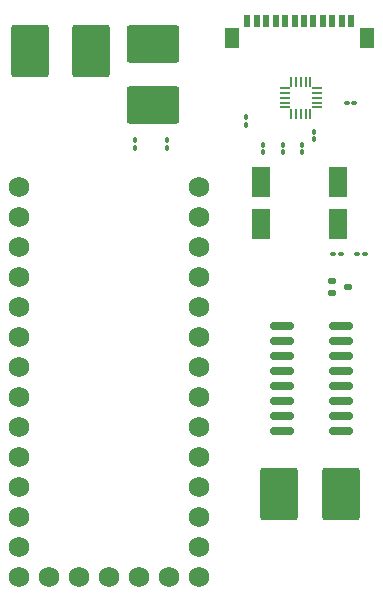
<source format=gbr>
%TF.GenerationSoftware,KiCad,Pcbnew,9.0.0*%
%TF.CreationDate,2025-04-24T22:16:00-04:00*%
%TF.ProjectId,SeniorProject,53656e69-6f72-4507-926f-6a6563742e6b,rev?*%
%TF.SameCoordinates,Original*%
%TF.FileFunction,Soldermask,Top*%
%TF.FilePolarity,Negative*%
%FSLAX46Y46*%
G04 Gerber Fmt 4.6, Leading zero omitted, Abs format (unit mm)*
G04 Created by KiCad (PCBNEW 9.0.0) date 2025-04-24 22:16:00*
%MOMM*%
%LPD*%
G01*
G04 APERTURE LIST*
G04 Aperture macros list*
%AMRoundRect*
0 Rectangle with rounded corners*
0 $1 Rounding radius*
0 $2 $3 $4 $5 $6 $7 $8 $9 X,Y pos of 4 corners*
0 Add a 4 corners polygon primitive as box body*
4,1,4,$2,$3,$4,$5,$6,$7,$8,$9,$2,$3,0*
0 Add four circle primitives for the rounded corners*
1,1,$1+$1,$2,$3*
1,1,$1+$1,$4,$5*
1,1,$1+$1,$6,$7*
1,1,$1+$1,$8,$9*
0 Add four rect primitives between the rounded corners*
20,1,$1+$1,$2,$3,$4,$5,0*
20,1,$1+$1,$4,$5,$6,$7,0*
20,1,$1+$1,$6,$7,$8,$9,0*
20,1,$1+$1,$8,$9,$2,$3,0*%
%AMFreePoly0*
4,1,14,0.354215,0.088284,0.450784,-0.008285,0.462500,-0.036569,0.462500,-0.060000,0.450784,-0.088284,0.422500,-0.100000,-0.422500,-0.100000,-0.450784,-0.088284,-0.462500,-0.060000,-0.462500,0.060000,-0.450784,0.088284,-0.422500,0.100000,0.325931,0.100000,0.354215,0.088284,0.354215,0.088284,$1*%
%AMFreePoly1*
4,1,14,0.450784,0.088284,0.462500,0.060000,0.462500,0.036569,0.450784,0.008285,0.354215,-0.088284,0.325931,-0.100000,-0.422500,-0.100000,-0.450784,-0.088284,-0.462500,-0.060000,-0.462500,0.060000,-0.450784,0.088284,-0.422500,0.100000,0.422500,0.100000,0.450784,0.088284,0.450784,0.088284,$1*%
%AMFreePoly2*
4,1,14,0.088284,0.450784,0.100000,0.422500,0.100000,-0.422500,0.088284,-0.450784,0.060000,-0.462500,-0.060000,-0.462500,-0.088284,-0.450784,-0.100000,-0.422500,-0.100000,0.325931,-0.088284,0.354215,0.008285,0.450784,0.036569,0.462500,0.060000,0.462500,0.088284,0.450784,0.088284,0.450784,$1*%
%AMFreePoly3*
4,1,14,-0.008285,0.450784,0.088284,0.354215,0.100000,0.325931,0.100000,-0.422500,0.088284,-0.450784,0.060000,-0.462500,-0.060000,-0.462500,-0.088284,-0.450784,-0.100000,-0.422500,-0.100000,0.422500,-0.088284,0.450784,-0.060000,0.462500,-0.036569,0.462500,-0.008285,0.450784,-0.008285,0.450784,$1*%
%AMFreePoly4*
4,1,14,0.450784,0.088284,0.462500,0.060000,0.462500,-0.060000,0.450784,-0.088284,0.422500,-0.100000,-0.325931,-0.100000,-0.354215,-0.088284,-0.450784,0.008285,-0.462500,0.036569,-0.462500,0.060000,-0.450784,0.088284,-0.422500,0.100000,0.422500,0.100000,0.450784,0.088284,0.450784,0.088284,$1*%
%AMFreePoly5*
4,1,14,0.450784,0.088284,0.462500,0.060000,0.462500,-0.060000,0.450784,-0.088284,0.422500,-0.100000,-0.422500,-0.100000,-0.450784,-0.088284,-0.462500,-0.060000,-0.462500,-0.036569,-0.450784,-0.008285,-0.354215,0.088284,-0.325931,0.100000,0.422500,0.100000,0.450784,0.088284,0.450784,0.088284,$1*%
%AMFreePoly6*
4,1,14,0.088284,0.450784,0.100000,0.422500,0.100000,-0.325931,0.088284,-0.354215,-0.008285,-0.450784,-0.036569,-0.462500,-0.060000,-0.462500,-0.088284,-0.450784,-0.100000,-0.422500,-0.100000,0.422500,-0.088284,0.450784,-0.060000,0.462500,0.060000,0.462500,0.088284,0.450784,0.088284,0.450784,$1*%
%AMFreePoly7*
4,1,14,0.088284,0.450784,0.100000,0.422500,0.100000,-0.422500,0.088284,-0.450784,0.060000,-0.462500,0.036569,-0.462500,0.008285,-0.450784,-0.088284,-0.354215,-0.100000,-0.325931,-0.100000,0.422500,-0.088284,0.450784,-0.060000,0.462500,0.060000,0.462500,0.088284,0.450784,0.088284,0.450784,$1*%
G04 Aperture macros list end*
%ADD10RoundRect,0.100000X0.100000X-0.130000X0.100000X0.130000X-0.100000X0.130000X-0.100000X-0.130000X0*%
%ADD11RoundRect,0.150000X-0.850000X-0.150000X0.850000X-0.150000X0.850000X0.150000X-0.850000X0.150000X0*%
%ADD12RoundRect,0.125000X-0.175000X-0.125000X0.175000X-0.125000X0.175000X0.125000X-0.175000X0.125000X0*%
%ADD13RoundRect,0.100000X0.130000X0.100000X-0.130000X0.100000X-0.130000X-0.100000X0.130000X-0.100000X0*%
%ADD14RoundRect,0.100000X-0.100000X0.130000X-0.100000X-0.130000X0.100000X-0.130000X0.100000X0.130000X0*%
%ADD15RoundRect,0.250000X0.550000X-1.050000X0.550000X1.050000X-0.550000X1.050000X-0.550000X-1.050000X0*%
%ADD16RoundRect,0.250000X-1.975000X1.350000X-1.975000X-1.350000X1.975000X-1.350000X1.975000X1.350000X0*%
%ADD17FreePoly0,90.000000*%
%ADD18RoundRect,0.050000X0.050000X-0.412500X0.050000X0.412500X-0.050000X0.412500X-0.050000X-0.412500X0*%
%ADD19FreePoly1,90.000000*%
%ADD20FreePoly2,90.000000*%
%ADD21RoundRect,0.050000X0.412500X-0.050000X0.412500X0.050000X-0.412500X0.050000X-0.412500X-0.050000X0*%
%ADD22FreePoly3,90.000000*%
%ADD23FreePoly4,90.000000*%
%ADD24FreePoly5,90.000000*%
%ADD25FreePoly6,90.000000*%
%ADD26FreePoly7,90.000000*%
%ADD27R,0.500000X1.100000*%
%ADD28R,1.200000X1.700000*%
%ADD29RoundRect,0.100000X-0.130000X-0.100000X0.130000X-0.100000X0.130000X0.100000X-0.130000X0.100000X0*%
%ADD30RoundRect,0.250000X-1.350000X-1.975000X1.350000X-1.975000X1.350000X1.975000X-1.350000X1.975000X0*%
%ADD31C,1.734000*%
G04 APERTURE END LIST*
D10*
%TO.C,R8*%
X121750000Y-76915000D03*
X121750000Y-76275000D03*
%TD*%
D11*
%TO.C,U2*%
X134250000Y-92005000D03*
X134250000Y-93275000D03*
X134250000Y-94545000D03*
X134250000Y-95815000D03*
X134250000Y-97085000D03*
X134250000Y-98355000D03*
X134250000Y-99625000D03*
X134250000Y-100895000D03*
X139250000Y-100895000D03*
X139250000Y-99625000D03*
X139250000Y-98355000D03*
X139250000Y-97085000D03*
X139250000Y-95815000D03*
X139250000Y-94545000D03*
X139250000Y-93275000D03*
X139250000Y-92005000D03*
%TD*%
D12*
%TO.C,Q1*%
X138500000Y-88200000D03*
X138500000Y-89200000D03*
X139800000Y-88700000D03*
%TD*%
D13*
%TO.C,R5*%
X138585000Y-85950000D03*
X139225000Y-85950000D03*
%TD*%
D14*
%TO.C,R7*%
X124500000Y-76915000D03*
X124500000Y-76275000D03*
%TD*%
D15*
%TO.C,C3*%
X139000000Y-83400000D03*
X139000000Y-79800000D03*
%TD*%
%TO.C,C4*%
X132500000Y-79800000D03*
X132500000Y-83400000D03*
%TD*%
D13*
%TO.C,R6*%
X141225000Y-85950000D03*
X140585000Y-85950000D03*
%TD*%
D16*
%TO.C,STRAIN2*%
X123300000Y-73300000D03*
X123300000Y-68100000D03*
%TD*%
D14*
%TO.C,C1*%
X136950000Y-75580000D03*
X136950000Y-76220000D03*
%TD*%
D10*
%TO.C,R3*%
X134350000Y-77315000D03*
X134350000Y-76675000D03*
%TD*%
D17*
%TO.C,U3*%
X135037500Y-74087500D03*
D18*
X135437500Y-74087500D03*
X135837500Y-74087500D03*
X136237500Y-74087500D03*
D19*
X136637500Y-74087500D03*
D20*
X137225000Y-73500000D03*
D21*
X137225000Y-73100000D03*
X137225000Y-72700000D03*
X137225000Y-72300000D03*
D22*
X137225000Y-71900000D03*
D23*
X136637500Y-71312500D03*
D18*
X136237500Y-71312500D03*
X135837500Y-71312500D03*
X135437500Y-71312500D03*
D24*
X135037500Y-71312500D03*
D25*
X134450000Y-71900000D03*
D21*
X134450000Y-72300000D03*
X134450000Y-72700000D03*
X134450000Y-73100000D03*
D26*
X134450000Y-73500000D03*
%TD*%
D10*
%TO.C,R4*%
X135950000Y-77300000D03*
X135950000Y-76660000D03*
%TD*%
D27*
%TO.C,J1*%
X140100000Y-66200000D03*
X139300000Y-66200000D03*
X138500000Y-66200000D03*
X137700000Y-66200000D03*
X136900000Y-66200000D03*
X136100000Y-66200000D03*
X135300000Y-66200000D03*
X134500000Y-66200000D03*
X133700000Y-66200000D03*
X132900000Y-66200000D03*
X132100000Y-66200000D03*
X131300000Y-66200000D03*
D28*
X141400000Y-67600000D03*
X130000000Y-67600000D03*
%TD*%
D10*
%TO.C,R1*%
X132650000Y-77315000D03*
X132650000Y-76675000D03*
%TD*%
%TO.C,C2*%
X131200000Y-74970000D03*
X131200000Y-74330000D03*
%TD*%
D29*
%TO.C,R2*%
X139725000Y-73150000D03*
X140365000Y-73150000D03*
%TD*%
D30*
%TO.C,STRAIN1*%
X112900000Y-68700000D03*
X118100000Y-68700000D03*
%TD*%
%TO.C,M1*%
X134000000Y-106200000D03*
X139200000Y-106200000D03*
%TD*%
D31*
%TO.C,U1*%
X112000000Y-82820000D03*
X112000000Y-85360000D03*
X112000000Y-87900000D03*
X112000000Y-90440000D03*
X117080000Y-113300000D03*
X127240000Y-85360000D03*
X112000000Y-92980000D03*
X112000000Y-95520000D03*
X112000000Y-98060000D03*
X112000000Y-100600000D03*
X112000000Y-103140000D03*
X112000000Y-105680000D03*
X112000000Y-108220000D03*
X112000000Y-110760000D03*
X112000000Y-113300000D03*
X127240000Y-113300000D03*
X127240000Y-110760000D03*
X127240000Y-108220000D03*
X127240000Y-105680000D03*
X127240000Y-103140000D03*
X127240000Y-100600000D03*
X127240000Y-98060000D03*
X127240000Y-95520000D03*
X127240000Y-92980000D03*
X127240000Y-90440000D03*
X127240000Y-87900000D03*
X112000000Y-80280000D03*
X119620000Y-113300000D03*
X127240000Y-82820000D03*
X124700000Y-113300000D03*
X122160000Y-113300000D03*
X114540000Y-113300000D03*
X127240000Y-80280000D03*
%TD*%
M02*

</source>
